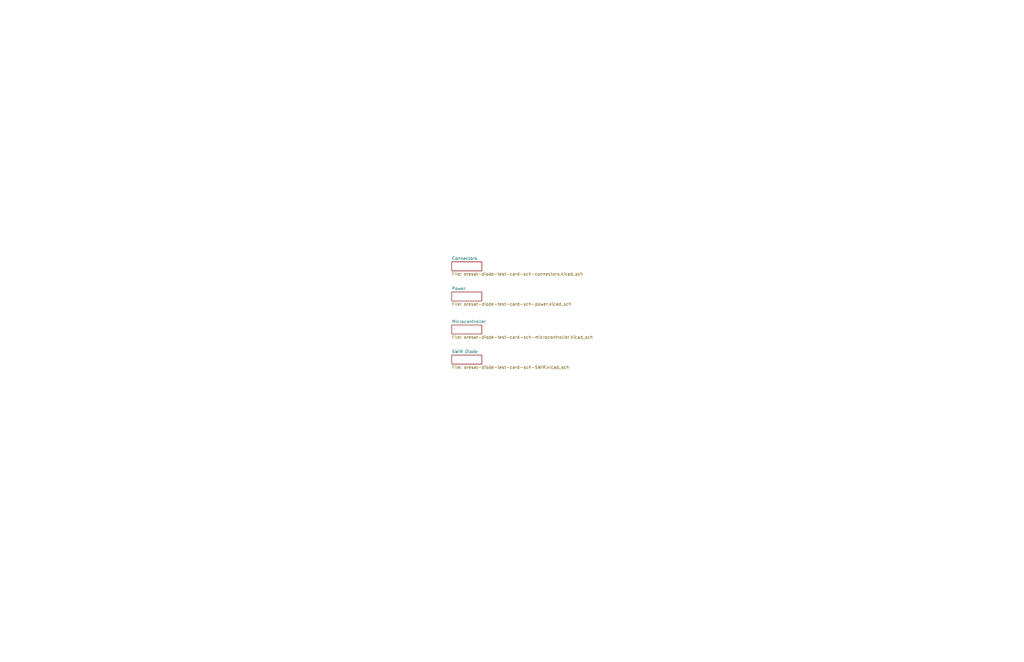
<source format=kicad_sch>
(kicad_sch
	(version 20231120)
	(generator "eeschema")
	(generator_version "8.0")
	(uuid "04d32576-d084-475b-9eac-d7f3fd9579d7")
	(paper "USLedger")
	(title_block
		(title "OreSat M0 Proto Card")
		(date "2024-03-21")
		(rev "5.0")
	)
	(lib_symbols)
	(sheet
		(at 190.5 110.49)
		(size 12.7 3.81)
		(fields_autoplaced yes)
		(stroke
			(width 0)
			(type solid)
		)
		(fill
			(color 0 0 0 0.0000)
		)
		(uuid "5e24a3e8-a65e-478d-b976-97cb63cc1885")
		(property "Sheetname" "Connectors"
			(at 190.5 109.7784 0)
			(effects
				(font
					(size 1.27 1.27)
				)
				(justify left bottom)
			)
		)
		(property "Sheetfile" "oresat-diode-test-card-sch-connectors.kicad_sch"
			(at 190.5 114.8846 0)
			(effects
				(font
					(size 1.27 1.27)
				)
				(justify left top)
			)
		)
		(instances
			(project "oresat-diode-test-card"
				(path "/04d32576-d084-475b-9eac-d7f3fd9579d7"
					(page "1")
				)
			)
		)
	)
	(sheet
		(at 190.5 123.19)
		(size 12.7 3.81)
		(fields_autoplaced yes)
		(stroke
			(width 0)
			(type solid)
		)
		(fill
			(color 0 0 0 0.0000)
		)
		(uuid "74ca5f60-14f2-4db3-a5c5-49a2ce7c0209")
		(property "Sheetname" "Power"
			(at 190.5 122.4784 0)
			(effects
				(font
					(size 1.27 1.27)
				)
				(justify left bottom)
			)
		)
		(property "Sheetfile" "oresat-diode-test-card-sch-power.kicad_sch"
			(at 190.5 127.5846 0)
			(effects
				(font
					(size 1.27 1.27)
				)
				(justify left top)
			)
		)
		(instances
			(project "oresat-diode-test-card"
				(path "/04d32576-d084-475b-9eac-d7f3fd9579d7"
					(page "2")
				)
			)
		)
	)
	(sheet
		(at 190.5 149.86)
		(size 12.7 3.81)
		(fields_autoplaced yes)
		(stroke
			(width 0.1524)
			(type solid)
		)
		(fill
			(color 0 0 0 0.0000)
		)
		(uuid "a25fadb6-76d8-445f-be27-cd15465f11e4")
		(property "Sheetname" "SWIR Diode"
			(at 190.5 149.1484 0)
			(effects
				(font
					(size 1.27 1.27)
				)
				(justify left bottom)
			)
		)
		(property "Sheetfile" "oresat-diode-test-card-sch-SWIR.kicad_sch"
			(at 190.5 154.2546 0)
			(effects
				(font
					(size 1.27 1.27)
				)
				(justify left top)
			)
		)
		(property "Field2" ""
			(at 190.5 149.86 0)
			(effects
				(font
					(size 1.27 1.27)
				)
				(hide yes)
			)
		)
		(instances
			(project "oresat-diode-test-card"
				(path "/04d32576-d084-475b-9eac-d7f3fd9579d7"
					(page "5")
				)
			)
		)
	)
	(sheet
		(at 190.5 137.16)
		(size 12.7 3.81)
		(fields_autoplaced yes)
		(stroke
			(width 0)
			(type solid)
		)
		(fill
			(color 0 0 0 0.0000)
		)
		(uuid "e68cb6cd-039d-43ad-93aa-b705d581519b")
		(property "Sheetname" "Microcontroller"
			(at 190.5 136.4484 0)
			(effects
				(font
					(size 1.27 1.27)
				)
				(justify left bottom)
			)
		)
		(property "Sheetfile" "oresat-diode-test-card-sch-microcontroller.kicad_sch"
			(at 190.5 141.5546 0)
			(effects
				(font
					(size 1.27 1.27)
				)
				(justify left top)
			)
		)
		(instances
			(project "oresat-diode-test-card"
				(path "/04d32576-d084-475b-9eac-d7f3fd9579d7"
					(page "3")
				)
			)
		)
	)
	(sheet_instances
		(path "/"
			(page "1")
		)
	)
)
</source>
